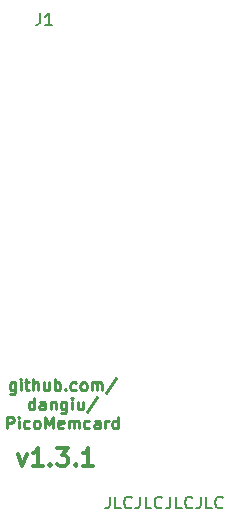
<source format=gbr>
%TF.GenerationSoftware,KiCad,Pcbnew,(6.0.5)*%
%TF.CreationDate,2023-02-05T19:42:25+01:00*%
%TF.ProjectId,PicoMemcard-rp2040zero,5069636f-4d65-46d6-9361-72642d727032,1.3.1*%
%TF.SameCoordinates,Original*%
%TF.FileFunction,Legend,Top*%
%TF.FilePolarity,Positive*%
%FSLAX46Y46*%
G04 Gerber Fmt 4.6, Leading zero omitted, Abs format (unit mm)*
G04 Created by KiCad (PCBNEW (6.0.5)) date 2023-02-05 19:42:25*
%MOMM*%
%LPD*%
G01*
G04 APERTURE LIST*
%ADD10C,0.220000*%
%ADD11C,0.300000*%
%ADD12C,0.200000*%
%ADD13C,0.150000*%
G04 APERTURE END LIST*
D10*
X145375809Y-102823714D02*
X145375809Y-103633238D01*
X145328190Y-103728476D01*
X145280571Y-103776095D01*
X145185333Y-103823714D01*
X145042476Y-103823714D01*
X144947238Y-103776095D01*
X145375809Y-103442761D02*
X145280571Y-103490380D01*
X145090095Y-103490380D01*
X144994857Y-103442761D01*
X144947238Y-103395142D01*
X144899619Y-103299904D01*
X144899619Y-103014190D01*
X144947238Y-102918952D01*
X144994857Y-102871333D01*
X145090095Y-102823714D01*
X145280571Y-102823714D01*
X145375809Y-102871333D01*
X145852000Y-103490380D02*
X145852000Y-102823714D01*
X145852000Y-102490380D02*
X145804380Y-102538000D01*
X145852000Y-102585619D01*
X145899619Y-102538000D01*
X145852000Y-102490380D01*
X145852000Y-102585619D01*
X146185333Y-102823714D02*
X146566285Y-102823714D01*
X146328190Y-102490380D02*
X146328190Y-103347523D01*
X146375809Y-103442761D01*
X146471047Y-103490380D01*
X146566285Y-103490380D01*
X146899619Y-103490380D02*
X146899619Y-102490380D01*
X147328190Y-103490380D02*
X147328190Y-102966571D01*
X147280571Y-102871333D01*
X147185333Y-102823714D01*
X147042476Y-102823714D01*
X146947238Y-102871333D01*
X146899619Y-102918952D01*
X148232952Y-102823714D02*
X148232952Y-103490380D01*
X147804380Y-102823714D02*
X147804380Y-103347523D01*
X147852000Y-103442761D01*
X147947238Y-103490380D01*
X148090095Y-103490380D01*
X148185333Y-103442761D01*
X148232952Y-103395142D01*
X148709142Y-103490380D02*
X148709142Y-102490380D01*
X148709142Y-102871333D02*
X148804380Y-102823714D01*
X148994857Y-102823714D01*
X149090095Y-102871333D01*
X149137714Y-102918952D01*
X149185333Y-103014190D01*
X149185333Y-103299904D01*
X149137714Y-103395142D01*
X149090095Y-103442761D01*
X148994857Y-103490380D01*
X148804380Y-103490380D01*
X148709142Y-103442761D01*
X149613904Y-103395142D02*
X149661523Y-103442761D01*
X149613904Y-103490380D01*
X149566285Y-103442761D01*
X149613904Y-103395142D01*
X149613904Y-103490380D01*
X150518666Y-103442761D02*
X150423428Y-103490380D01*
X150232952Y-103490380D01*
X150137714Y-103442761D01*
X150090095Y-103395142D01*
X150042476Y-103299904D01*
X150042476Y-103014190D01*
X150090095Y-102918952D01*
X150137714Y-102871333D01*
X150232952Y-102823714D01*
X150423428Y-102823714D01*
X150518666Y-102871333D01*
X151090095Y-103490380D02*
X150994857Y-103442761D01*
X150947238Y-103395142D01*
X150899619Y-103299904D01*
X150899619Y-103014190D01*
X150947238Y-102918952D01*
X150994857Y-102871333D01*
X151090095Y-102823714D01*
X151232952Y-102823714D01*
X151328190Y-102871333D01*
X151375809Y-102918952D01*
X151423428Y-103014190D01*
X151423428Y-103299904D01*
X151375809Y-103395142D01*
X151328190Y-103442761D01*
X151232952Y-103490380D01*
X151090095Y-103490380D01*
X151852000Y-103490380D02*
X151852000Y-102823714D01*
X151852000Y-102918952D02*
X151899619Y-102871333D01*
X151994857Y-102823714D01*
X152137714Y-102823714D01*
X152232952Y-102871333D01*
X152280571Y-102966571D01*
X152280571Y-103490380D01*
X152280571Y-102966571D02*
X152328190Y-102871333D01*
X152423428Y-102823714D01*
X152566285Y-102823714D01*
X152661523Y-102871333D01*
X152709142Y-102966571D01*
X152709142Y-103490380D01*
X153899619Y-102442761D02*
X153042476Y-103728476D01*
X146994857Y-105100380D02*
X146994857Y-104100380D01*
X146994857Y-105052761D02*
X146899619Y-105100380D01*
X146709142Y-105100380D01*
X146613904Y-105052761D01*
X146566285Y-105005142D01*
X146518666Y-104909904D01*
X146518666Y-104624190D01*
X146566285Y-104528952D01*
X146613904Y-104481333D01*
X146709142Y-104433714D01*
X146899619Y-104433714D01*
X146994857Y-104481333D01*
X147899619Y-105100380D02*
X147899619Y-104576571D01*
X147852000Y-104481333D01*
X147756761Y-104433714D01*
X147566285Y-104433714D01*
X147471047Y-104481333D01*
X147899619Y-105052761D02*
X147804380Y-105100380D01*
X147566285Y-105100380D01*
X147471047Y-105052761D01*
X147423428Y-104957523D01*
X147423428Y-104862285D01*
X147471047Y-104767047D01*
X147566285Y-104719428D01*
X147804380Y-104719428D01*
X147899619Y-104671809D01*
X148375809Y-104433714D02*
X148375809Y-105100380D01*
X148375809Y-104528952D02*
X148423428Y-104481333D01*
X148518666Y-104433714D01*
X148661523Y-104433714D01*
X148756761Y-104481333D01*
X148804380Y-104576571D01*
X148804380Y-105100380D01*
X149709142Y-104433714D02*
X149709142Y-105243238D01*
X149661523Y-105338476D01*
X149613904Y-105386095D01*
X149518666Y-105433714D01*
X149375809Y-105433714D01*
X149280571Y-105386095D01*
X149709142Y-105052761D02*
X149613904Y-105100380D01*
X149423428Y-105100380D01*
X149328190Y-105052761D01*
X149280571Y-105005142D01*
X149232952Y-104909904D01*
X149232952Y-104624190D01*
X149280571Y-104528952D01*
X149328190Y-104481333D01*
X149423428Y-104433714D01*
X149613904Y-104433714D01*
X149709142Y-104481333D01*
X150185333Y-105100380D02*
X150185333Y-104433714D01*
X150185333Y-104100380D02*
X150137714Y-104148000D01*
X150185333Y-104195619D01*
X150232952Y-104148000D01*
X150185333Y-104100380D01*
X150185333Y-104195619D01*
X151090095Y-104433714D02*
X151090095Y-105100380D01*
X150661523Y-104433714D02*
X150661523Y-104957523D01*
X150709142Y-105052761D01*
X150804380Y-105100380D01*
X150947238Y-105100380D01*
X151042476Y-105052761D01*
X151090095Y-105005142D01*
X152280571Y-104052761D02*
X151423428Y-105338476D01*
X144661523Y-106710380D02*
X144661523Y-105710380D01*
X145042476Y-105710380D01*
X145137714Y-105758000D01*
X145185333Y-105805619D01*
X145232952Y-105900857D01*
X145232952Y-106043714D01*
X145185333Y-106138952D01*
X145137714Y-106186571D01*
X145042476Y-106234190D01*
X144661523Y-106234190D01*
X145661523Y-106710380D02*
X145661523Y-106043714D01*
X145661523Y-105710380D02*
X145613904Y-105758000D01*
X145661523Y-105805619D01*
X145709142Y-105758000D01*
X145661523Y-105710380D01*
X145661523Y-105805619D01*
X146566285Y-106662761D02*
X146471047Y-106710380D01*
X146280571Y-106710380D01*
X146185333Y-106662761D01*
X146137714Y-106615142D01*
X146090095Y-106519904D01*
X146090095Y-106234190D01*
X146137714Y-106138952D01*
X146185333Y-106091333D01*
X146280571Y-106043714D01*
X146471047Y-106043714D01*
X146566285Y-106091333D01*
X147137714Y-106710380D02*
X147042476Y-106662761D01*
X146994857Y-106615142D01*
X146947238Y-106519904D01*
X146947238Y-106234190D01*
X146994857Y-106138952D01*
X147042476Y-106091333D01*
X147137714Y-106043714D01*
X147280571Y-106043714D01*
X147375809Y-106091333D01*
X147423428Y-106138952D01*
X147471047Y-106234190D01*
X147471047Y-106519904D01*
X147423428Y-106615142D01*
X147375809Y-106662761D01*
X147280571Y-106710380D01*
X147137714Y-106710380D01*
X147899619Y-106710380D02*
X147899619Y-105710380D01*
X148232952Y-106424666D01*
X148566285Y-105710380D01*
X148566285Y-106710380D01*
X149423428Y-106662761D02*
X149328190Y-106710380D01*
X149137714Y-106710380D01*
X149042476Y-106662761D01*
X148994857Y-106567523D01*
X148994857Y-106186571D01*
X149042476Y-106091333D01*
X149137714Y-106043714D01*
X149328190Y-106043714D01*
X149423428Y-106091333D01*
X149471047Y-106186571D01*
X149471047Y-106281809D01*
X148994857Y-106377047D01*
X149899619Y-106710380D02*
X149899619Y-106043714D01*
X149899619Y-106138952D02*
X149947238Y-106091333D01*
X150042476Y-106043714D01*
X150185333Y-106043714D01*
X150280571Y-106091333D01*
X150328190Y-106186571D01*
X150328190Y-106710380D01*
X150328190Y-106186571D02*
X150375809Y-106091333D01*
X150471047Y-106043714D01*
X150613904Y-106043714D01*
X150709142Y-106091333D01*
X150756761Y-106186571D01*
X150756761Y-106710380D01*
X151661523Y-106662761D02*
X151566285Y-106710380D01*
X151375809Y-106710380D01*
X151280571Y-106662761D01*
X151232952Y-106615142D01*
X151185333Y-106519904D01*
X151185333Y-106234190D01*
X151232952Y-106138952D01*
X151280571Y-106091333D01*
X151375809Y-106043714D01*
X151566285Y-106043714D01*
X151661523Y-106091333D01*
X152518666Y-106710380D02*
X152518666Y-106186571D01*
X152471047Y-106091333D01*
X152375809Y-106043714D01*
X152185333Y-106043714D01*
X152090095Y-106091333D01*
X152518666Y-106662761D02*
X152423428Y-106710380D01*
X152185333Y-106710380D01*
X152090095Y-106662761D01*
X152042476Y-106567523D01*
X152042476Y-106472285D01*
X152090095Y-106377047D01*
X152185333Y-106329428D01*
X152423428Y-106329428D01*
X152518666Y-106281809D01*
X152994857Y-106710380D02*
X152994857Y-106043714D01*
X152994857Y-106234190D02*
X153042476Y-106138952D01*
X153090095Y-106091333D01*
X153185333Y-106043714D01*
X153280571Y-106043714D01*
X154042476Y-106710380D02*
X154042476Y-105710380D01*
X154042476Y-106662761D02*
X153947238Y-106710380D01*
X153756761Y-106710380D01*
X153661523Y-106662761D01*
X153613904Y-106615142D01*
X153566285Y-106519904D01*
X153566285Y-106234190D01*
X153613904Y-106138952D01*
X153661523Y-106091333D01*
X153756761Y-106043714D01*
X153947238Y-106043714D01*
X154042476Y-106091333D01*
D11*
X145629714Y-108898571D02*
X145986857Y-109898571D01*
X146344000Y-108898571D01*
X147701142Y-109898571D02*
X146844000Y-109898571D01*
X147272571Y-109898571D02*
X147272571Y-108398571D01*
X147129714Y-108612857D01*
X146986857Y-108755714D01*
X146844000Y-108827142D01*
X148344000Y-109755714D02*
X148415428Y-109827142D01*
X148344000Y-109898571D01*
X148272571Y-109827142D01*
X148344000Y-109755714D01*
X148344000Y-109898571D01*
X148915428Y-108398571D02*
X149844000Y-108398571D01*
X149344000Y-108970000D01*
X149558285Y-108970000D01*
X149701142Y-109041428D01*
X149772571Y-109112857D01*
X149844000Y-109255714D01*
X149844000Y-109612857D01*
X149772571Y-109755714D01*
X149701142Y-109827142D01*
X149558285Y-109898571D01*
X149129714Y-109898571D01*
X148986857Y-109827142D01*
X148915428Y-109755714D01*
X150486857Y-109755714D02*
X150558285Y-109827142D01*
X150486857Y-109898571D01*
X150415428Y-109827142D01*
X150486857Y-109755714D01*
X150486857Y-109898571D01*
X151986857Y-109898571D02*
X151129714Y-109898571D01*
X151558285Y-109898571D02*
X151558285Y-108398571D01*
X151415428Y-108612857D01*
X151272571Y-108755714D01*
X151129714Y-108827142D01*
D12*
X153368952Y-112482380D02*
X153368952Y-113196666D01*
X153321333Y-113339523D01*
X153226095Y-113434761D01*
X153083238Y-113482380D01*
X152988000Y-113482380D01*
X154321333Y-113482380D02*
X153845142Y-113482380D01*
X153845142Y-112482380D01*
X155226095Y-113387142D02*
X155178476Y-113434761D01*
X155035619Y-113482380D01*
X154940380Y-113482380D01*
X154797523Y-113434761D01*
X154702285Y-113339523D01*
X154654666Y-113244285D01*
X154607047Y-113053809D01*
X154607047Y-112910952D01*
X154654666Y-112720476D01*
X154702285Y-112625238D01*
X154797523Y-112530000D01*
X154940380Y-112482380D01*
X155035619Y-112482380D01*
X155178476Y-112530000D01*
X155226095Y-112577619D01*
X155940380Y-112482380D02*
X155940380Y-113196666D01*
X155892761Y-113339523D01*
X155797523Y-113434761D01*
X155654666Y-113482380D01*
X155559428Y-113482380D01*
X156892761Y-113482380D02*
X156416571Y-113482380D01*
X156416571Y-112482380D01*
X157797523Y-113387142D02*
X157749904Y-113434761D01*
X157607047Y-113482380D01*
X157511809Y-113482380D01*
X157368952Y-113434761D01*
X157273714Y-113339523D01*
X157226095Y-113244285D01*
X157178476Y-113053809D01*
X157178476Y-112910952D01*
X157226095Y-112720476D01*
X157273714Y-112625238D01*
X157368952Y-112530000D01*
X157511809Y-112482380D01*
X157607047Y-112482380D01*
X157749904Y-112530000D01*
X157797523Y-112577619D01*
X158511809Y-112482380D02*
X158511809Y-113196666D01*
X158464190Y-113339523D01*
X158368952Y-113434761D01*
X158226095Y-113482380D01*
X158130857Y-113482380D01*
X159464190Y-113482380D02*
X158988000Y-113482380D01*
X158988000Y-112482380D01*
X160368952Y-113387142D02*
X160321333Y-113434761D01*
X160178476Y-113482380D01*
X160083238Y-113482380D01*
X159940380Y-113434761D01*
X159845142Y-113339523D01*
X159797523Y-113244285D01*
X159749904Y-113053809D01*
X159749904Y-112910952D01*
X159797523Y-112720476D01*
X159845142Y-112625238D01*
X159940380Y-112530000D01*
X160083238Y-112482380D01*
X160178476Y-112482380D01*
X160321333Y-112530000D01*
X160368952Y-112577619D01*
X161083238Y-112482380D02*
X161083238Y-113196666D01*
X161035619Y-113339523D01*
X160940380Y-113434761D01*
X160797523Y-113482380D01*
X160702285Y-113482380D01*
X162035619Y-113482380D02*
X161559428Y-113482380D01*
X161559428Y-112482380D01*
X162940380Y-113387142D02*
X162892761Y-113434761D01*
X162749904Y-113482380D01*
X162654666Y-113482380D01*
X162511809Y-113434761D01*
X162416571Y-113339523D01*
X162368952Y-113244285D01*
X162321333Y-113053809D01*
X162321333Y-112910952D01*
X162368952Y-112720476D01*
X162416571Y-112625238D01*
X162511809Y-112530000D01*
X162654666Y-112482380D01*
X162749904Y-112482380D01*
X162892761Y-112530000D01*
X162940380Y-112577619D01*
D13*
%TO.C,J1*%
X147486666Y-71552380D02*
X147486666Y-72266666D01*
X147439047Y-72409523D01*
X147343809Y-72504761D01*
X147200952Y-72552380D01*
X147105714Y-72552380D01*
X148486666Y-72552380D02*
X147915238Y-72552380D01*
X148200952Y-72552380D02*
X148200952Y-71552380D01*
X148105714Y-71695238D01*
X148010476Y-71790476D01*
X147915238Y-71838095D01*
%TD*%
M02*

</source>
